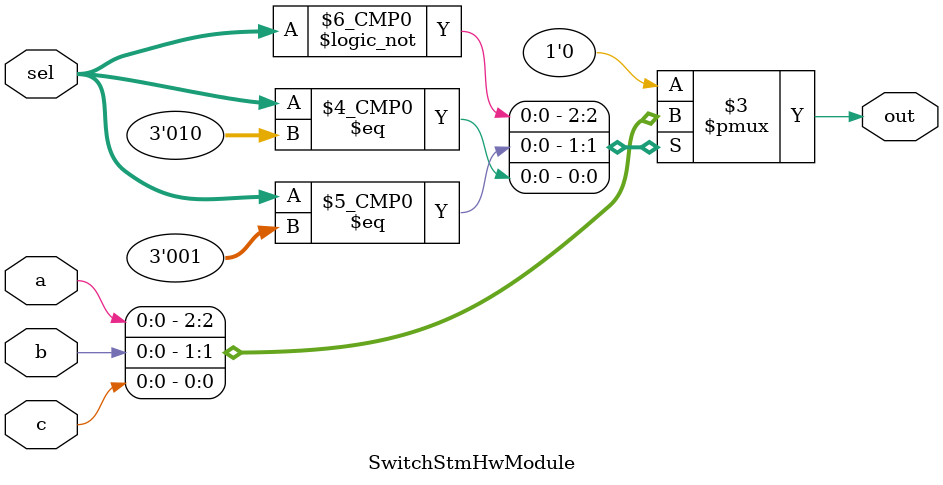
<source format=v>
module SwitchStmHwModule (
    input wire a,
    input wire b,
    input wire c,
    output reg out,
    input wire[2:0] sel
);
    always @(a, b, c, sel) begin: assig_process_out
        case(sel)
            3'b000:
                out = a;
            3'b001:
                out = b;
            3'b010:
                out = c;
            default:
                out = 1'b0;
        endcase
    end

endmodule

</source>
